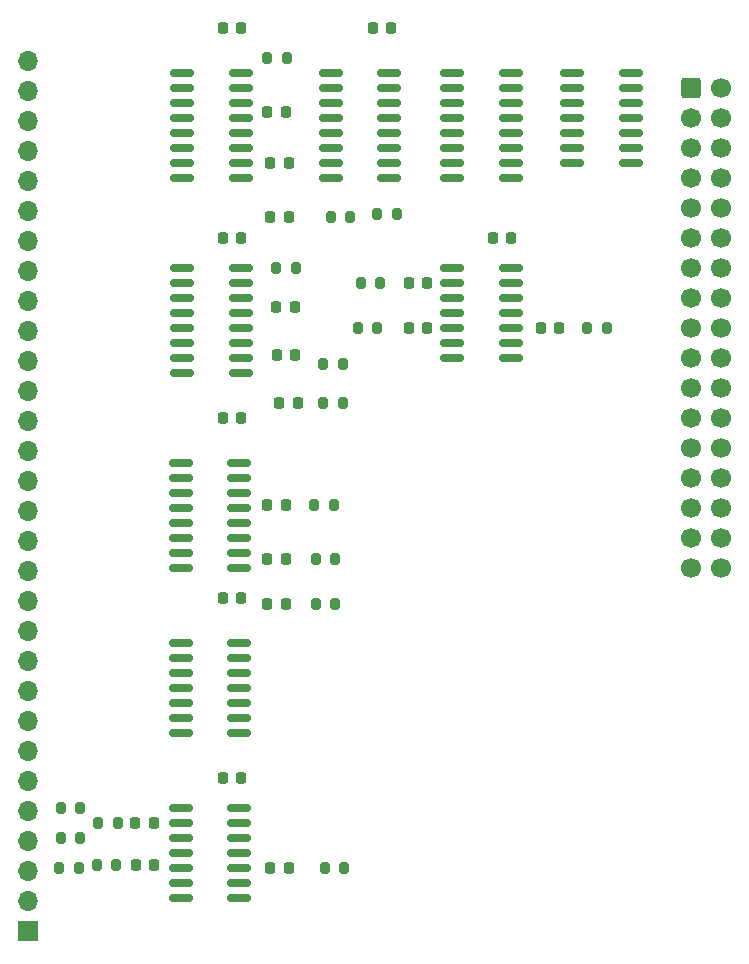
<source format=gbr>
%TF.GenerationSoftware,KiCad,Pcbnew,8.0.6-1.fc41*%
%TF.CreationDate,2024-12-08T17:17:20+02:00*%
%TF.ProjectId,logicanalyzer,6c6f6769-6361-46e6-916c-797a65722e6b,rev?*%
%TF.SameCoordinates,Original*%
%TF.FileFunction,Soldermask,Top*%
%TF.FilePolarity,Negative*%
%FSLAX46Y46*%
G04 Gerber Fmt 4.6, Leading zero omitted, Abs format (unit mm)*
G04 Created by KiCad (PCBNEW 8.0.6-1.fc41) date 2024-12-08 17:17:20*
%MOMM*%
%LPD*%
G01*
G04 APERTURE LIST*
G04 Aperture macros list*
%AMRoundRect*
0 Rectangle with rounded corners*
0 $1 Rounding radius*
0 $2 $3 $4 $5 $6 $7 $8 $9 X,Y pos of 4 corners*
0 Add a 4 corners polygon primitive as box body*
4,1,4,$2,$3,$4,$5,$6,$7,$8,$9,$2,$3,0*
0 Add four circle primitives for the rounded corners*
1,1,$1+$1,$2,$3*
1,1,$1+$1,$4,$5*
1,1,$1+$1,$6,$7*
1,1,$1+$1,$8,$9*
0 Add four rect primitives between the rounded corners*
20,1,$1+$1,$2,$3,$4,$5,0*
20,1,$1+$1,$4,$5,$6,$7,0*
20,1,$1+$1,$6,$7,$8,$9,0*
20,1,$1+$1,$8,$9,$2,$3,0*%
G04 Aperture macros list end*
%ADD10RoundRect,0.200000X-0.200000X-0.275000X0.200000X-0.275000X0.200000X0.275000X-0.200000X0.275000X0*%
%ADD11RoundRect,0.200000X0.200000X0.275000X-0.200000X0.275000X-0.200000X-0.275000X0.200000X-0.275000X0*%
%ADD12RoundRect,0.218750X0.218750X0.256250X-0.218750X0.256250X-0.218750X-0.256250X0.218750X-0.256250X0*%
%ADD13RoundRect,0.150000X-0.825000X-0.150000X0.825000X-0.150000X0.825000X0.150000X-0.825000X0.150000X0*%
%ADD14RoundRect,0.225000X0.225000X0.250000X-0.225000X0.250000X-0.225000X-0.250000X0.225000X-0.250000X0*%
%ADD15RoundRect,0.225000X-0.225000X-0.250000X0.225000X-0.250000X0.225000X0.250000X-0.225000X0.250000X0*%
%ADD16RoundRect,0.218750X-0.218750X-0.256250X0.218750X-0.256250X0.218750X0.256250X-0.218750X0.256250X0*%
%ADD17R,1.700000X1.700000*%
%ADD18O,1.700000X1.700000*%
%ADD19RoundRect,0.250000X-0.600000X-0.600000X0.600000X-0.600000X0.600000X0.600000X-0.600000X0.600000X0*%
%ADD20C,1.700000*%
G04 APERTURE END LIST*
D10*
%TO.C,R39*%
X76645000Y-71120000D03*
X78295000Y-71120000D03*
%TD*%
%TO.C,R27*%
X58294000Y-121920000D03*
X59944000Y-121920000D03*
%TD*%
D11*
%TO.C,R38*%
X82296000Y-82550000D03*
X80646000Y-82550000D03*
%TD*%
D12*
%TO.C,D8*%
X77470000Y-95758000D03*
X75895000Y-95758000D03*
%TD*%
D13*
%TO.C,U2*%
X91570000Y-54610000D03*
X91570000Y-55880000D03*
X91570000Y-57150000D03*
X91570000Y-58420000D03*
X91570000Y-59690000D03*
X91570000Y-60960000D03*
X91570000Y-62230000D03*
X91570000Y-63500000D03*
X96520000Y-63500000D03*
X96520000Y-62230000D03*
X96520000Y-60960000D03*
X96520000Y-59690000D03*
X96520000Y-58420000D03*
X96520000Y-57150000D03*
X96520000Y-55880000D03*
X96520000Y-54610000D03*
%TD*%
D10*
%TO.C,R29*%
X61596000Y-118110000D03*
X63246000Y-118110000D03*
%TD*%
D13*
%TO.C,U9*%
X68580000Y-87630000D03*
X68580000Y-88900000D03*
X68580000Y-90170000D03*
X68580000Y-91440000D03*
X68580000Y-92710000D03*
X68580000Y-93980000D03*
X68580000Y-95250000D03*
X68580000Y-96520000D03*
X73530000Y-96520000D03*
X73530000Y-95250000D03*
X73530000Y-93980000D03*
X73530000Y-92710000D03*
X73530000Y-91440000D03*
X73530000Y-90170000D03*
X73530000Y-88900000D03*
X73530000Y-87630000D03*
%TD*%
D14*
%TO.C,C1*%
X73660000Y-114300000D03*
X72110000Y-114300000D03*
%TD*%
D11*
%TO.C,R41*%
X82930000Y-66802000D03*
X81280000Y-66802000D03*
%TD*%
D15*
%TO.C,C5*%
X94970000Y-68580000D03*
X96520000Y-68580000D03*
%TD*%
%TO.C,C2*%
X72110000Y-68580000D03*
X73660000Y-68580000D03*
%TD*%
D16*
%TO.C,D5*%
X87884000Y-76200000D03*
X89459000Y-76200000D03*
%TD*%
D11*
%TO.C,R37*%
X81534000Y-91186000D03*
X79884000Y-91186000D03*
%TD*%
%TO.C,R43*%
X86868000Y-66548000D03*
X85218000Y-66548000D03*
%TD*%
D10*
%TO.C,R34*%
X83820000Y-72390000D03*
X85470000Y-72390000D03*
%TD*%
%TO.C,R25*%
X58420000Y-116840000D03*
X60070000Y-116840000D03*
%TD*%
D11*
%TO.C,R36*%
X81660000Y-95758000D03*
X80010000Y-95758000D03*
%TD*%
D15*
%TO.C,C7*%
X72110000Y-99060000D03*
X73660000Y-99060000D03*
%TD*%
D17*
%TO.C,J2*%
X55626000Y-127254000D03*
D18*
X55626000Y-124714000D03*
X55626000Y-122174000D03*
X55626000Y-119634000D03*
X55626000Y-117094000D03*
X55626000Y-114554000D03*
X55626000Y-112014000D03*
X55626000Y-109474000D03*
X55626000Y-106934000D03*
X55626000Y-104394000D03*
X55626000Y-101854000D03*
X55626000Y-99314000D03*
X55626000Y-96774000D03*
X55626000Y-94234000D03*
X55626000Y-91694000D03*
X55626000Y-89154000D03*
X55626000Y-86614000D03*
X55626000Y-84074000D03*
X55626000Y-81534000D03*
X55626000Y-78994000D03*
X55626000Y-76454000D03*
X55626000Y-73914000D03*
X55626000Y-71374000D03*
X55626000Y-68834000D03*
X55626000Y-66294000D03*
X55626000Y-63754000D03*
X55626000Y-61214000D03*
X55626000Y-58674000D03*
X55626000Y-56134000D03*
X55626000Y-53594000D03*
%TD*%
D13*
%TO.C,U3*%
X81280000Y-54610000D03*
X81280000Y-55880000D03*
X81280000Y-57150000D03*
X81280000Y-58420000D03*
X81280000Y-59690000D03*
X81280000Y-60960000D03*
X81280000Y-62230000D03*
X81280000Y-63500000D03*
X86230000Y-63500000D03*
X86230000Y-62230000D03*
X86230000Y-60960000D03*
X86230000Y-59690000D03*
X86230000Y-58420000D03*
X86230000Y-57150000D03*
X86230000Y-55880000D03*
X86230000Y-54610000D03*
%TD*%
D10*
%TO.C,R42*%
X75883000Y-53340000D03*
X77533000Y-53340000D03*
%TD*%
%TO.C,R31*%
X61468000Y-121666000D03*
X63118000Y-121666000D03*
%TD*%
D11*
%TO.C,R32*%
X104648000Y-76200000D03*
X102998000Y-76200000D03*
%TD*%
D15*
%TO.C,C4*%
X84810000Y-50800000D03*
X86360000Y-50800000D03*
%TD*%
D13*
%TO.C,U5*%
X68710000Y-54610000D03*
X68710000Y-55880000D03*
X68710000Y-57150000D03*
X68710000Y-58420000D03*
X68710000Y-59690000D03*
X68710000Y-60960000D03*
X68710000Y-62230000D03*
X68710000Y-63500000D03*
X73660000Y-63500000D03*
X73660000Y-62230000D03*
X73660000Y-60960000D03*
X73660000Y-59690000D03*
X73660000Y-58420000D03*
X73660000Y-57150000D03*
X73660000Y-55880000D03*
X73660000Y-54610000D03*
%TD*%
D16*
%TO.C,D3*%
X64770000Y-121666000D03*
X66345000Y-121666000D03*
%TD*%
D12*
%TO.C,D13*%
X77724000Y-66802000D03*
X76149000Y-66802000D03*
%TD*%
%TO.C,D11*%
X78232000Y-74422000D03*
X76657000Y-74422000D03*
%TD*%
%TO.C,D7*%
X77470000Y-99568000D03*
X75895000Y-99568000D03*
%TD*%
D16*
%TO.C,D6*%
X87884000Y-72390000D03*
X89459000Y-72390000D03*
%TD*%
D12*
%TO.C,D12*%
X78283000Y-78486000D03*
X76708000Y-78486000D03*
%TD*%
%TO.C,D9*%
X77470000Y-91186000D03*
X75895000Y-91186000D03*
%TD*%
%TO.C,D14*%
X77470000Y-57912000D03*
X75895000Y-57912000D03*
%TD*%
D16*
%TO.C,D2*%
X64719000Y-118110000D03*
X66294000Y-118110000D03*
%TD*%
D15*
%TO.C,C3*%
X72110000Y-50800000D03*
X73660000Y-50800000D03*
%TD*%
D11*
%TO.C,R24*%
X82422000Y-121920000D03*
X80772000Y-121920000D03*
%TD*%
D13*
%TO.C,U8*%
X68710000Y-71120000D03*
X68710000Y-72390000D03*
X68710000Y-73660000D03*
X68710000Y-74930000D03*
X68710000Y-76200000D03*
X68710000Y-77470000D03*
X68710000Y-78740000D03*
X68710000Y-80010000D03*
X73660000Y-80010000D03*
X73660000Y-78740000D03*
X73660000Y-77470000D03*
X73660000Y-76200000D03*
X73660000Y-74930000D03*
X73660000Y-73660000D03*
X73660000Y-72390000D03*
X73660000Y-71120000D03*
%TD*%
%TO.C,U1*%
X101730000Y-54610000D03*
X101730000Y-55880000D03*
X101730000Y-57150000D03*
X101730000Y-58420000D03*
X101730000Y-59690000D03*
X101730000Y-60960000D03*
X101730000Y-62230000D03*
X106680000Y-62230000D03*
X106680000Y-60960000D03*
X106680000Y-59690000D03*
X106680000Y-58420000D03*
X106680000Y-57150000D03*
X106680000Y-55880000D03*
X106680000Y-54610000D03*
%TD*%
D11*
%TO.C,R40*%
X82296000Y-79248000D03*
X80646000Y-79248000D03*
%TD*%
D13*
%TO.C,U4*%
X68580000Y-116840000D03*
X68580000Y-118110000D03*
X68580000Y-119380000D03*
X68580000Y-120650000D03*
X68580000Y-121920000D03*
X68580000Y-123190000D03*
X68580000Y-124460000D03*
X73530000Y-124460000D03*
X73530000Y-123190000D03*
X73530000Y-121920000D03*
X73530000Y-120650000D03*
X73530000Y-119380000D03*
X73530000Y-118110000D03*
X73530000Y-116840000D03*
%TD*%
D12*
%TO.C,D10*%
X78486000Y-82550000D03*
X76911000Y-82550000D03*
%TD*%
D10*
%TO.C,R26*%
X58420000Y-119380000D03*
X60070000Y-119380000D03*
%TD*%
D12*
%TO.C,D15*%
X77724000Y-62230000D03*
X76149000Y-62230000D03*
%TD*%
D15*
%TO.C,C6*%
X72110000Y-83820000D03*
X73660000Y-83820000D03*
%TD*%
D12*
%TO.C,D4*%
X100635000Y-76200000D03*
X99060000Y-76200000D03*
%TD*%
D11*
%TO.C,R35*%
X81660000Y-99568000D03*
X80010000Y-99568000D03*
%TD*%
D10*
%TO.C,R33*%
X83566000Y-76200000D03*
X85216000Y-76200000D03*
%TD*%
D13*
%TO.C,U6*%
X68580000Y-102870000D03*
X68580000Y-104140000D03*
X68580000Y-105410000D03*
X68580000Y-106680000D03*
X68580000Y-107950000D03*
X68580000Y-109220000D03*
X68580000Y-110490000D03*
X73530000Y-110490000D03*
X73530000Y-109220000D03*
X73530000Y-107950000D03*
X73530000Y-106680000D03*
X73530000Y-105410000D03*
X73530000Y-104140000D03*
X73530000Y-102870000D03*
%TD*%
D12*
%TO.C,D1*%
X77724000Y-121920000D03*
X76149000Y-121920000D03*
%TD*%
D19*
%TO.C,J1*%
X111760000Y-55880000D03*
D20*
X114300000Y-55880000D03*
X111760000Y-58420000D03*
X114300000Y-58420000D03*
X111760000Y-60960000D03*
X114300000Y-60960000D03*
X111760000Y-63500000D03*
X114300000Y-63500000D03*
X111760000Y-66040000D03*
X114300000Y-66040000D03*
X111760000Y-68580000D03*
X114300000Y-68580000D03*
X111760000Y-71120000D03*
X114300000Y-71120000D03*
X111760000Y-73660000D03*
X114300000Y-73660000D03*
X111760000Y-76200000D03*
X114300000Y-76200000D03*
X111760000Y-78740000D03*
X114300000Y-78740000D03*
X111760000Y-81280000D03*
X114300000Y-81280000D03*
X111760000Y-83820000D03*
X114300000Y-83820000D03*
X111760000Y-86360000D03*
X114300000Y-86360000D03*
X111760000Y-88900000D03*
X114300000Y-88900000D03*
X111760000Y-91440000D03*
X114300000Y-91440000D03*
X111760000Y-93980000D03*
X114300000Y-93980000D03*
X111760000Y-96520000D03*
X114300000Y-96520000D03*
%TD*%
D13*
%TO.C,U7*%
X91570000Y-71120000D03*
X91570000Y-72390000D03*
X91570000Y-73660000D03*
X91570000Y-74930000D03*
X91570000Y-76200000D03*
X91570000Y-77470000D03*
X91570000Y-78740000D03*
X96520000Y-78740000D03*
X96520000Y-77470000D03*
X96520000Y-76200000D03*
X96520000Y-74930000D03*
X96520000Y-73660000D03*
X96520000Y-72390000D03*
X96520000Y-71120000D03*
%TD*%
M02*

</source>
